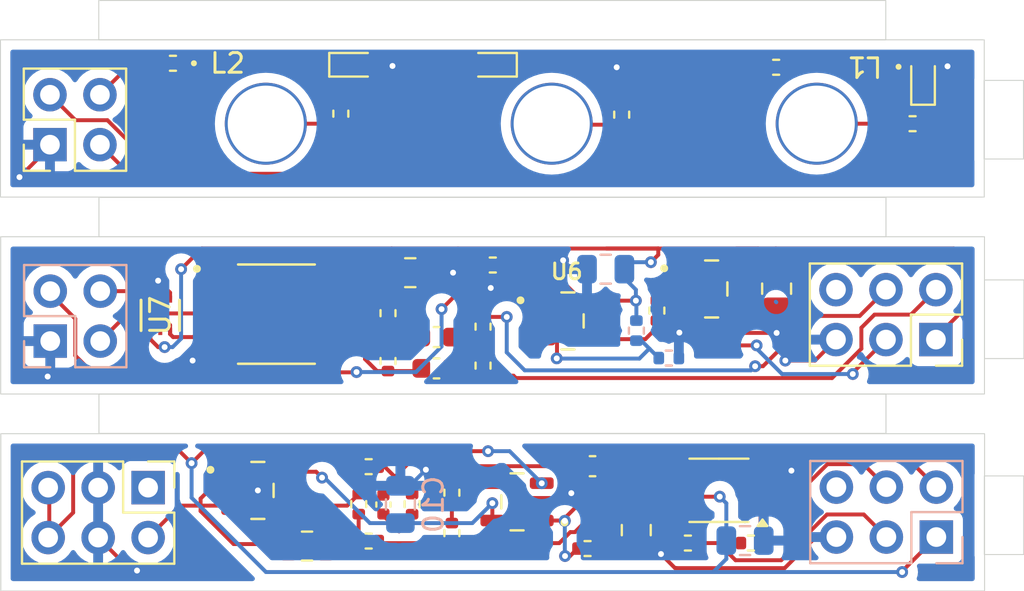
<source format=kicad_pcb>
(kicad_pcb (version 20240108) (generator "pcbnew") (generator_version "8.0")
  (layers (0 "F.Cu" signal) (31 "B.Cu" signal) (34 "B.Paste" user) (35 "F.Paste" user) (36 "B.SilkS" user "B.Silkscreen") (37 "F.SilkS" user "F.Silkscreen") (38 "B.Mask" user) (39 "F.Mask" user) (44 "Edge.Cuts" user))
  (net 0 "")
  (net 1 "GND")
  (net 2 "Net-(U1-IN-)")
  (net 3 "Net-(U3-IN-)")
  (net 4 "Net-(U2-Ref)")
  (net 5 "Net-(C4-Pad1)")
  (net 6 "Net-(D1-K)")
  (net 7 "Net-(D2-K)")
  (net 8 "Net-(L1-Pad2)")
  (net 9 "Net-(L2-Pad1)")
  (net 10 "input_E1")
  (net 11 "input_E2")
  (net 12 "Net-(R6-Pad2)")
  (net 13 "Net-(R13-Pad2)")
  (net 14 "Net-(R14-Pad2)")
  (net 15 "Net-(U5-IN-)")
  (net 16 "Net-(U6-IN-)")
  (net 17 "/Filtering_Board/V_F1")
  (net 18 "/Filtering_Board/V_F2")
  (net 19 "/Processing_Board/V_EMG_OUT")
  (net 20 "Net-(C6-Pad1)")
  (net 21 "/Electrode_Board/V_PR")
  (net 22 "/Electrode_Board/V_I2")
  (net 23 "/Electrode_Board/V_I1")
  (net 24 "/Filtering_Board/V_PR")
  (net 25 "/Filtering_Board/V_I1")
  (net 26 "/Filtering_Board/V_I2")
  (net 27 "input_ER")
  (net 28 "/Processing_Board/LPF_400Hz/V_EMG_INA")
  (net 29 "Net-(R12-Pad2)")
  (net 30 "/Processing_Board/V_CM")
  (net 31 "Net-(U3-IN+)")
  (net 32 "Net-(U6-IN+)")
  (net 34 "+1V8")
  (net 35 "Net-(U8--INA)")
  (net 36 "Net-(U8--INB)")
  (net 37 "/Filtering_Board/V_CM")
  (net 38 "/Processing_Board/V_F1")
  (net 40 "/Processing_Board/V_F2")
  (net 41 "/Filtering_Board/+V_DD")
  (footprint "Connector_PinSocket_2.54mm:PinSocket_2x03_P2.54mm_Vertical" (layer "F.Cu") (at 104.0588 97.7486 -90)
    (property "Reference" "J4" (hide yes))
    (property "Value" "Conn_01x06_Socket" (hide yes))
  )
  (footprint "Resistor_SMD:R_0402_1005Metric" (layer "F.Cu") (at 74.7218 106.1152 90)
    (property "Reference" "R11" (hide yes))
    (property "Value" "27kR" (hide yes))
  )
  (footprint "Connector_PinHeader_2.54mm:PinHeader_2x03_P2.54mm_Vertical" (layer "F.Cu") (at 64.0182 105.279 -90)
    (property "Reference" "J7" (hide yes))
    (property "Value" "Conn_01x06_Pin" (hide yes))
  )
  (footprint "Resistor_SMD:R_0402_1005Metric" (layer "F.Cu") (at 91.4518 108.0984 180)
    (property "Reference" "R13" (hide yes))
    (property "Value" "100R" (hide yes))
  )
  (footprint "Capacitor_SMD:C_0603_1608Metric" (layer "F.Cu") (at 78.6768 97.621)
    (property "Reference" "C2" (hide yes))
    (property "Value" "470pF" (hide yes))
  )
  (footprint "Components:SOT95P280X145-5N" (layer "F.Cu") (at 82.7686 106.0024 180)
    (property "Reference" "U3" (hide yes))
    (property "Value" "LPV821DBVR" (hide yes))
  )
  (footprint "Resistor_SMD:R_0402_1005Metric" (layer "F.Cu") (at 79.4562 107.5924 -90)
    (property "Reference" "R20" (hide yes))
    (property "Value" "150kR" (hide yes))
  )
  (footprint "TPD2E001DRLR_footprints:DRL5-L" (layer "F.Cu") (at 64.635801 96.515501 90)
    (property "Reference" "U7")
    (property "Value" "TPD2E001DRLR" (hide yes))
  )
  (footprint "Resistor_SMD:R_0402_1005Metric" (layer "F.Cu") (at 77.435 106.1192 -90)
    (property "Reference" "R22" (hide yes))
    (property "Value" "10k" (hide yes))
  )
  (footprint "Resistor_SMD:R_0402_1005Metric" (layer "F.Cu") (at 65.28 83.693 180)
    (property "Reference" "R4" (hide yes))
    (property "Value" "2.2kR" (hide yes))
  )
  (footprint "Resistor_SMD:R_0402_1005Metric" (layer "F.Cu") (at 81.0407 97.0915 90)
    (property "Reference" "R9" (hide yes))
    (property "Value" "10MR" (hide yes))
  )
  (footprint "Resistor_SMD:R_0402_1005Metric" (layer "F.Cu") (at 95.9378 83.8962 180)
    (property "Reference" "R3" (hide yes))
    (property "Value" "2.2kR" (hide yes))
  )
  (footprint "Resistor_SMD:R_0402_1005Metric" (layer "F.Cu") (at 81.536 93.9546 180)
    (property "Reference" "R16" (hide yes))
    (property "Value" "12kR" (hide yes))
  )
  (footprint "Capacitor_SMD:C_0805_2012Metric" (layer "F.Cu") (at 95.9612 95.1586 -90)
    (property "Reference" "C8" (hide yes))
    (property "Value" "0.1uF" (hide yes))
  )
  (footprint "BLM15AX102SN1D_footprints:IND_BLM15_1P05X0P55X0P55_MUR" (layer "F.Cu") (at 100.4443 83.8708 180)
    (property "Reference" "L1")
    (property "Value" "L_Ferrite" (hide yes))
  )
  (footprint "Diode_SMD:D_SOD-523" (layer "F.Cu") (at 103.4034 84.5424 90)
    (property "Reference" "D1" (hide yes))
    (property "Value" "D_Zener" (hide yes))
  )
  (footprint "Capacitor_SMD:C_0603_1608Metric" (layer "F.Cu") (at 86.606 104.1888 180)
    (property "Reference" "C5" (hide yes))
    (property "Value" "6.8nF" (hide yes))
  )
  (footprint "Resistor_SMD:R_0402_1005Metric" (layer "F.Cu") (at 86.3524 108.3778 180)
    (property "Reference" "R19" (hide yes))
    (property "Value" "150kR" (hide yes))
  )
  (footprint "Diode_SMD:D_SOD-523" (layer "F.Cu") (at 81.4974 83.7692 180)
    (property "Reference" "D3" (hide yes))
    (property "Value" "D_Zener" (hide yes))
  )
  (footprint "Package_SO:VSSOP-8_3x3mm_P0.65mm" (layer "F.Cu") (at 93.0309 105.4158 180)
    (property "Reference" "U2" (hide yes))
    (property "Value" "INA333xxDGK" (hide yes))
  )
  (footprint "Components:SOT95P280X145-5N" (layer "F.Cu") (at 92.659 95.173)
    (property "Reference" "U5" (hide yes))
    (property "Value" "LPV821DBVR")
  )
  (footprint "Components:SOT95P280X145-5N" (layer "F.Cu") (at 85.3544 96.7994)
    (property "Reference" "U6")
    (property "Value" "LPV821DBVR")
  )
  (footprint "Resistor_SMD:R_0402_1005Metric" (layer "F.Cu") (at 89.8754 96.2734 -90)
    (property "Reference" "R15" (hide yes))
    (property "Value" "12kR" (hide yes))
  )
  (footprint "Capacitor_SMD:C_0805_2012Metric" (layer "F.Cu") (at 72.0954 108.2508 180)
    (property "Reference" "C4" (hide yes))
    (property "Value" "22nF" (hide yes))
  )
  (footprint "Resistor_SMD:R_0402_1005Metric" (layer "F.Cu") (at 81.0407 99.0727 90)
    (property "Reference" "R8" (hide yes))
    (property "Value" "10MR" (hide yes))
  )
  (footprint "Resistor_SMD:R_0402_1005Metric" (layer "F.Cu") (at 76.2102 98.8388 90)
    (property "Reference" "R6" (hide yes))
    (property "Value" "10MR" (hide yes))
  )
  (footprint "Resistor_SMD:R_0402_1005Metric" (layer "F.Cu") (at 73.8124 86.2564 90)
    (property "Reference" "R2" (hide yes))
    (property "Value" "10kR" (hide yes))
  )
  (footprint "Capacitor_SMD:C_0805_2012Metric" (layer "F.Cu") (at 77.3426 94.3444 180)
    (property "Reference" "C7" (hide yes))
    (property "Value" "0.1uF" (hide yes))
  )
  (footprint "TLV8542DR:SOIC127P599X175-8N" (layer "F.Cu") (at 70.5398 96.4532)
    (property "Reference" "U8" (hide yes))
    (property "Value" "TLV8542DR" (hide yes))
  )
  (footprint "Resistor_SMD:R_0402_1005Metric" (layer "F.Cu") (at 88.0872 86.3072 90)
    (property "Reference" "R5" (hide yes))
    (property "Value" "330R" (hide yes))
  )
  (footprint "Diode_SMD:D_SOD-523" (layer "F.Cu") (at 74.484 83.7692)
    (property "Reference" "D2" (hide yes))
    (property "Value" "D_Zener" (hide yes))
  )
  (footprint "BLM15AX102SN1D_footprints:IND_BLM15_1P05X0P55X0P55_MUR" (layer "F.Cu") (at 68.0593 83.693)
    (property "Reference" "L2")
    (property "Value" "L_Ferrite" (hide yes))
  )
  (footprint "Components:SOT95P280X145-5N" (layer "F.Cu") (at 69.5958 105.4212)
    (property "Reference" "U1" (hide yes))
    (property "Value" "LPV821DBVR" (hide yes))
  )
  (footprint "Capacitor_SMD:C_0402_1005Metric" (layer "F.Cu") (at 75.9773 106.14 -90)
    (property "Reference" "C3" (hide yes))
    (property "Value" "10nF" (hide yes))
  )
  (footprint "Capacitor_SMD:C_0805_2012Metric" (layer "F.Cu") (at 88.8288 107.44 -90)
    (property "Reference" "C6" (hide yes))
    (property "Value" "33nF" (hide yes))
  )
  (footprint "Resistor_SMD:R_0402_1005Metric" (layer "F.Cu") (at 94.6542 108.0984)
    (property "Reference" "R12" (hide yes))
    (property "Value" "100R" (hide yes))
  )
  (footprint "Resistor_SMD:R_0402_1005Metric" (layer "F.Cu") (at 75.2272 104.2122)
    (property "Reference" "R21" (hide yes))
    (property "Value" "10k" (hide yes))
  )
  (footprint "Connector_PinSocket_2.54mm:PinSocket_2x02_P2.54mm_Vertical" (layer "F.Cu") (at 59.0296 87.8332 180)
    (property "Reference" "J1" (hide yes))
    (property "Value" "Conn_01x04_Socket" (hide yes))
  )
  (footprint "Resistor_SMD:R_0402_1005Metric" (layer "F.Cu") (at 75.2278 107.9968 180)
    (property "Reference" "R10" (hide yes))
    (property "Value" "27kR" (hide yes))
  )
  (footprint "Resistor_SMD:R_0402_1005Metric" (layer "F.Cu") (at 76.2102 96.4044 90)
    (property "Reference" "R7" (hide yes))
    (property "Value" "10MR" (hide yes))
  )
  (footprint "Resistor_SMD:R_0402_1005Metric" (layer "F.Cu") (at 79.4562 105.537 -90)
    (property "Reference" "R14" (hide yes))
    (property "Value" "150kR" (hide yes))
  )
  (footprint "Resistor_SMD:R_0402_1005Metric" (layer "F.Cu") (at 102.872 86.7664)
    (property "Reference" "R1" (hide yes))
    (property "Value" "10kR" (hide yes))
  )
  (footprint "Capacitor_SMD:C_0603_1608Metric" (layer "F.Cu") (at 78.6768 99.2124)
    (property "Reference" "C1" (hide yes))
    (property "Value" "470pF" (hide yes))
  )
  (footprint "Connector_PinHeader_2.54mm:PinHeader_2x03_P2.54mm_Vertical" (layer "B.Cu") (at 104.0796 107.7936 90)
    (property "Reference" "J3" (hide yes))
    (property "Value" "Conn_01x06_Pin" (hide yes))
  )
  (footprint "Resistor_SMD:R_0402_1005Metric" (layer "B.Cu") (at 88.834 97.2934 -90)
    (property "Reference" "R23" (hide yes))
    (property "Value" "10k" (hide yes))
  )
  (footprint "Capacitor_SMD:C_0805_2012Metric" (layer "B.Cu") (at 76.84 106.1344 90)
    (property "Reference" "C10")
    (property "Value" "0.1uF")
  )
  (footprint "Capacitor_SMD:C_0805_2012Metric" (layer "B.Cu") (at 94.3558 107.9734)
    (property "Reference" "C11" (hide yes))
    (property "Value" "0.1uF")
  )
  (footprint "Resistor_SMD:R_0402_1005Metric" (layer "B.Cu") (at 90.483 98.6884)
    (property "Reference" "R24" (hide yes))
    (property "Value" "10k" (hide yes))
  )
  (footprint "Capacitor_SMD:C_0805_2012Metric" (layer "B.Cu") (at 87.2744 94.1672 180)
    (property "Reference" "C12" (hide yes))
    (property "Value" "0.1uF")
  )
  (footprint "Connector_PinHeader_2.54mm:PinHeader_2x02_P2.54mm_Vertical" (layer "B.Cu") (at 59.0444 97.8248)
    (property "Reference" "J2" (hide yes))
    (property "Value" "Conn_01x04_Pin" (hide yes))
  )
  (gr_rect (start 106.519 104.6826) (end 108.519 108.6826) (stroke (width 0.05)) (fill none) (layer "Edge.Cuts"))
  (gr_rect (start 106.5274 94.7138) (end 108.5274 98.7138) (stroke (width 0.05)) (fill none) (layer "Edge.Cuts"))
  (gr_rect (start 61.5188 90.5162) (end 101.5188 92.5162) (stroke (width 0.05)) (fill none) (layer "Edge.Cuts"))
  (gr_rect (start 61.5086 80.4992) (end 101.5086 82.4992) (stroke (width 0.05)) (fill none) (layer "Edge.Cuts"))
  (gr_rect (start 56.5252 92.5162) (end 106.5252 100.5162) (stroke (width 0.05)) (fill none) (layer "Edge.Cuts"))
  (gr_rect (start 56.5308 102.5358) (end 106.5308 110.5358) (stroke (width 0.05)) (fill none) (layer "Edge.Cuts"))
  (gr_rect (start 106.5088 84.5632) (end 108.5088 88.5632) (stroke (width 0.05)) (fill none) (layer "Edge.Cuts"))
  (gr_rect (start 61.5188 100.5198) (end 101.5188 102.5198) (stroke (width 0.05)) (fill none) (layer "Edge.Cuts"))
  (gr_rect (start 56.515 82.4992) (end 106.515 90.4992) (stroke (width 0.05)) (fill none) (layer "Edge.Cuts"))
  (segment (start 75.9773 106.62) (end 75.9773 106.7051) (width 0.2) (layer "F.Cu") (net 1))
  (segment (start 63.1566 109.4974) (end 63.4542 109.4974) (width 0.2) (layer "F.Cu") (net 1))
  (segment (start 92.6592 96.139) (end 93.9292 97.409) (width 0.2) (layer "F.Cu") (net 1))
  (segment (start 96.6882 104.4408) (end 95.1434 104.4408) (width 0.2) (layer "F.Cu") (net 1))
  (segment (start 64.5262 94.7514) (end 65.1358 95.361) (width 0.2) (layer "F.Cu") (net 1))
  (segment (start 81.4324 95.123) (end 82.929052 95.123) (width 0.2) (layer "F.Cu") (net 1))
  (segment (start 96.7136 104.4154) (end 96.6882 104.4408) (width 0.2) (layer "F.Cu") (net 1))
  (segment (start 76.3778 83.7692) (end 76.4383 83.8297) (width 0.2) (layer "F.Cu") (net 1))
  (segment (start 87.4268 84.3534) (end 88.0872 85.0138) (width 0.2) (layer "F.Cu") (net 1))
  (segment (start 90.0842 108.6572) (end 89.096 108.6572) (width 0.2) (layer "F.Cu") (net 1))
  (segment (start 85.0848 106.0024) (end 85.5268 105.5604) (width 0.2) (layer "F.Cu") (net 1))
  (segment (start 90.8608 109.3704) (end 90.7974 109.3704) (width 0.2) (layer "F.Cu") (net 1))
  (segment (start 66.736 98.3582) (end 68.0698 98.3582) (width 0.2) (layer "F.Cu") (net 1))
  (segment (start 92.6592 95.823201) (end 92.6592 96.139) (width 0.2) (layer "F.Cu") (net 1))
  (segment (start 97.9494 107.7936) (end 96.3706 109.3724) (width 0.2) (layer "F.Cu") (net 1))
  (segment (start 88.0872 85.0138) (end 88.0872 85.7972) (width 0.2) (layer "F.Cu") (net 1))
  (segment (start 58.9128 99.6282) (end 58.9128 97.9564) (width 0.2) (layer "F.Cu") (net 1))
  (segment (start 68.244 105.4212) (end 69.5654 105.4212) (width 0.2) (layer "F.Cu") (net 1))
  (segment (start 90.8628 109.3724) (end 90.8608 109.3704) (width 0.2) (layer "F.Cu") (net 1))
  (segment (start 58.9128 97.9564) (end 59.0444 97.8248) (width 0.2) (layer "F.Cu") (net 1))
  (segment (start 59.0296 87.8332) (end 59.0296 87.9348) (width 0.2) (layer "F.Cu") (net 1))
  (segment (start 97.912 98.8154) (end 98.9788 97.7486) (width 0.2) (layer "F.Cu") (net 1))
  (segment (start 77.435 106.842) (end 76.7746 107.5024) (width 0.2) (layer "F.Cu") (net 1))
  (segment (start 104.645 83.8424) (end 104.648 83.8454) (width 0.2) (layer "F.Cu") (net 1))
  (segment (start 87.8332 83.947) (end 87.4268 84.3534) (width 0.2) (layer "F.Cu") (net 1))
  (segment (start 96.4032 98.8154) (end 97.912 98.8154) (width 0.2) (layer "F.Cu") (net 1))
  (segment (start 69.6973 105.2454) (end 69.7125 105.2606) (width 0.2) (layer "F.Cu") (net 1))
  (segment (start 78.2926 94.3444) (end 79.5168 94.3444) (width 0.2) (layer "F.Cu") (net 1))
  (segment (start 82.929052 95.123) (end 84.508052 96.702) (width 0.2) (layer "F.Cu") (net 1))
  (segment (start 84.0236 106.0024) (end 85.0848 106.0024) (width 0.2) (layer "F.Cu") (net 1))
  (segment (start 61.5346 105.3298) (end 61.4782 105.3862) (width 0.2) (layer "F.Cu") (net 1))
  (segment (start 96.3706 109.3724) (end 90.8628 109.3724) (width 0.2) (layer "F.Cu") (net 1))
  (segment (start 65.1358 95.361) (end 65.1358 95.6912) (width 0.2) (layer "F.Cu") (net 1))
  (segment (start 91.404 95.173) (end 92.008999 95.173) (width 0.2) (layer "F.Cu") (net 1))
  (segment (start 59.0296 87.9348) (end 57.4802 89.4842) (width 0.2) (layer "F.Cu") (net 1))
  (segment (start 61.4782 105.3862) (end 61.4782 107.819) (width 0.2) (layer "F.Cu") (net 1))
  (segment (start 92.008999 95.173) (end 92.6592 95.823201) (width 0.2) (layer "F.Cu") (net 1))
  (segment (start 87.8332 83.8962) (end 87.8332 83.947) (width 0.2) (layer "F.Cu") (net 1))
  (segment (start 95.9612 96.1086) (end 95.9612 97.409) (width 0.2) (layer "F.Cu") (net 1))
  (segment (start 90.7974 109.3704) (end 90.0842 108.6572) (width 0.2) (layer "F.Cu") (net 1))
  (segment (start 77.435 106.6292) (end 77.435 106.842) (width 0.2) (layer "F.Cu") (net 1))
  (segment (start 84.508052 96.702) (end 84.8 96.702) (width 0.2) (layer "F.Cu") (net 1))
  (segment (start 75.9773 106.7051) (end 76.7746 107.5024) (width 0.2) (layer "F.Cu") (net 1))
  (segment (start 61.4782 107.819) (end 63.1566 109.4974) (width 0.2) (layer "F.Cu") (net 1))
  (segment (start 75.184 83.7692) (end 76.3778 83.7692) (width 0.2) (layer "F.Cu") (net 1))
  (segment (start 66.2788 98.8154) (end 66.736 98.3582) (width 0.2) (layer "F.Cu") (net 1))
  (segment (start 86.8426 83.7692) (end 82.1974 83.7692) (width 0.2) (layer "F.Cu") (net 1))
  (segment (start 93.9292 97.409) (end 95.9612 97.409) (width 0.2) (layer "F.Cu") (net 1))
  (segment (start 89.096 108.6572) (end 88.8288 108.39) (width 0.2) (layer "F.Cu") (net 1))
  (segment (start 68.2288 105.406) (end 68.244 105.4212) (width 0.2) (layer "F.Cu") (net 1))
  (segment (start 69.5654 105.4212) (end 69.5806 105.406) (width 0.2) (layer "F.Cu") (net 1))
  (segment (start 103.4034 83.8424) (end 104.645 83.8424) (width 0.2) (layer "F.Cu") (net 1))
  (segment (start 76.4286 83.8454) (end 76.4383 83.8357) (width 0.2) (layer "F.Cu") (net 1))
  (segment (start 76.4383 83.8357) (end 76.4383 83.8297) (width 0.2) (layer "F.Cu") (net 1))
  (segment (start 98.9996 107.7936) (end 97.9494 107.7936) (width 0.2) (layer "F.Cu") (net 1))
  (segment (start 87.4268 84.3534) (end 86.8426 83.7692) (width 0.2) (layer "F.Cu") (net 1))
  (via (at 64.5262 94.7514) (size 0.6) (drill 0.3) (layers "F.Cu" "B.Cu") (net 1))
  (via (at 69.5958 105.4212) (size 0.6) (drill 0.3) (layers "F.Cu" "B.Cu") (net 1))
  (via (at 57.4802 89.4842) (size 0.6) (drill 0.3) (layers "F.Cu" "B.Cu") (net 1))
  (via (at 76.4383 83.8297) (size 0.6) (drill 0.3) (layers "F.Cu" "B.Cu") (net 1))
  (via (at 96.4032 98.8154) (size 0.6) (drill 0.3) (layers "F.Cu" "B.Cu") (net 1))
  (via (at 95.9612 97.409) (size 0.6) (drill 0.3) (layers "F.Cu" "B.Cu") (net 1))
  (via (at 104.648 83.8454) (size 0.6) (drill 0.3) (layers "F.Cu" "B.Cu") (net 1))
  (via (at 79.5168 94.3444) (size 0.6) (drill 0.3) (layers "F.Cu" "B.Cu") (net 1))
  (via (at 63.4542 109.4974) (size 0.6) (drill 0.3) (layers "F.Cu" "B.Cu") (net 1))
  (via (at 96.7136 104.4154) (size 0.6) (drill 0.3) (layers "F.Cu" "B.Cu") (net 1))
  (via (at 81.4324 95.123) (size 0.6) (drill 0.3) (layers "F.Cu" "B.Cu") (net 1))
  (via (at 90.0842 108.6572) (size 0.6) (drill 0.3) (layers "F.Cu" "B.Cu") (net 1))
  (via (at 91.0184 97.393) (size 0.6) (drill 0.3) (layers "F.Cu" "B.Cu") (net 1))
  (via (at 58.9128 99.6282) (size 0.6) (drill 0.3) (layers "F.Cu" "B.Cu") (net 1))
  (via (at 78.1354 104.3666) (size 0.6) (drill 0.3) (layers "F.Cu" "B.Cu") (net 1))
  (via (at 87.8332 83.8962) (size 0.6) (drill 0.3) (layers "F.Cu" "B.Cu") (net 1))
  (via (at 85.5268 105.5604) (size 0.6) (drill 0.3) (layers "F.Cu" "B.Cu") (net 1))
  (via (at 85.110926 93.7162) (size 0.6) (drill 0.3) (layers "F.Cu" "B.Cu") (net 1))
  (via (at 66.2788 98.8154) (size 0.6) (drill 0.3) (layers "F.Cu" "B.Cu") (net 1))
  (segment (start 76.84 105.1844) (end 77.3176 105.1844) (width 0.2) (layer "B.Cu") (net 1))
  (segment (start 90.993 97.4184) (end 90.993 98.6884) (width 0.2) (layer "B.Cu") (net 1))
  (segment (start 96.7136 107.607) (end 96.3472 107.9734) (width 0.2) (layer "B.Cu") (net 1))
  (segment (start 85.561926 94.1672) (end 85.110926 93.7162) (width 0.2) (layer "B.Cu") (net 1))
  (segment (start 91.0184 97.393) (end 90.993 97.4184) (width 0.2) (layer "B.Cu") (net 1))
  (segment (start 96.3472 107.9734) (end 95.3058 107.9734) (width 0.2) (layer "B.Cu") (net 1))
  (segment (start 77.3176 105.1844) (end 78.1354 104.3666) (width 0.2) (layer "B.Cu") (net 1))
  (segment (start 96.7136 104.4154) (end 96.7136 107.607) (width 0.2) (layer "B.Cu") (net 1))
  (segment (start 86.3244 94.1672) (end 85.561926 94.1672) (width 0.2) (layer "B.Cu") (net 1))
  (segment (start 70.8555 106.1954) (end 74.1316 106.1954) (width 0.2) (layer "F.Cu") (net 2))
  (segment (start 74.1316 106.1954) (end 74.7218 105.6052) (width 0.2) (layer "F.Cu") (net 2))
  (segment (start 76.0855 105.6052) (end 76.1069 105.5838) (width 0.2) (layer "F.Cu") (net 2))
  (segment (start 80.2944 104.1888) (end 85.831 104.1888) (width 0.2) (layer "F.Cu") (net 3))
  (segment (start 79.4562 105.027) (end 80.2944 104.1888) (width 0.2) (layer "F.Cu") (net 3))
  (segment (start 81.5136 105.0524) (end 79.4816 105.0524) (width 0.2) (layer "F.Cu") (net 3))
  (segment (start 79.4816 105.0524) (end 79.4562 105.027) (width 0.2) (layer "F.Cu") (net 3))
  (segment (start 85.2074 108.7588) (end 85.4614 108.7588) (width 0.2) (layer "F.Cu") (net 4))
  (segment (start 85.1966 106.967) (end 85.1966 106.831) (width 0.2) (layer "F.Cu") (net 4))
  (segment (start 87.381 104.1888) (end 89.3876 104.1888) (width 0.2) (layer "F.Cu") (net 4))
  (segment (start 85.4614 108.7588) (end 85.8424 108.3778) (width 0.2) (layer "F.Cu") (net 4))
  (segment (start 89.6396 104.4408) (end 90.9184 104.4408) (width 0.2) (layer "F.Cu") (net 4))
  (segment (start 85.1966 106.831) (end 87.381 104.6466) (width 0.2) (layer "F.Cu") (net 4))
  (segment (start 84.0236 106.9524) (end 85.182 106.9524) (width 0.2) (layer "F.Cu") (net 4))
  (segment (start 85.182 106.9524) (end 85.1966 106.967) (width 0.2) (layer "F.Cu") (net 4))
  (segment (start 89.3876 104.1888) (end 89.6396 104.4408) (width 0.2) (layer "F.Cu") (net 4))
  (segment (start 87.381 104.6466) (end 87.381 104.1888) (width 0.2) (layer "F.Cu") (net 4))
  (via (at 85.1966 106.967) (size 0.6) (drill 0.3) (layers "F.Cu" "B.Cu") (net 4))
  (via (at 85.1966 106.967) (size 0.6) (drill 0.3) (layers "F.Cu" "B.Cu") (net 4))
  (via (at 85.2074 108.7588) (size 0.6) (drill 0.3) (layers "F.Cu" "B.Cu") (net 4))
  (segment (start 85.1966 108.748) (end 85.1966 106.967) (width 0.2) (layer "B.Cu") (net 4))
  (segment (start 85.2074 108.7588) (end 85.1966 108.748) (width 0.2) (layer "B.Cu") (net 4))
  (segment (start 74.7178 106.6292) (end 74.7218 106.6252) (width 0.2) (layer "F.Cu") (net 5))
  (segment (start 74.4638 108.2508) (end 73.0454 108.2508) (width 0.2) (layer "F.Cu") (net 5))
  (segment (start 74.7178 107.9968) (end 74.7178 106.6292) (width 0.2) (layer "F.Cu") (net 5))
  (segment (start 74.7178 107.9968) (end 74.4638 108.2508) (width 0.2) (layer "F.Cu") (net 5))
  (segment (start 103.4034 85.2424) (end 103.3018 85.2424) (width 0.2) (layer "F.Cu") (net 6))
  (segment (start 103.382 86.7664) (end 103.382 85.2638) (width 0.2) (layer "F.Cu") (net 6))
  (segment (start 103.3018 85.2424) (end 101.9302 83.8708) (width 0.2) (layer "F.Cu") (net 6))
  (segment (start 103.382 85.2638) (end 103.4034 85.2424) (width 0.2) (layer "F.Cu") (net 6))
  (segment (start 101.9302 83.8708) (end 100.965 83.8708) (width 0.2) (layer "F.Cu") (net 6))
  (segment (start 73.8124 83.8738) (end 73.784 83.8454) (width 0.2) (layer "F.Cu") (net 7))
  (segment (start 73.8124 85.7464) (end 73.8124 83.7976) (width 0.2) (layer "F.Cu") (net 7))
  (segment (start 68.6562 83.7692) (end 68.58 83.693) (width 0.2) (layer "F.Cu") (net 7))
  (segment (start 73.784 83.7692) (end 68.6562 83.7692) (width 0.2) (layer "F.Cu") (net 7))
  (segment (start 73.8124 83.7976) (end 73.784 83.7692) (width 0.2) (layer "F.Cu") (net 7))
  (segment (start 96.4478 83.8962) (end 99.8982 83.8962) (width 0.2) (layer "F.Cu") (net 8))
  (segment (start 99.8982 83.8962) (end 99.9236 83.8708) (width 0.2) (layer "F.Cu") (net 8))
  (segment (start 65.79 83.693) (end 67.5386 83.693) (width 0.2) (layer "F.Cu") (net 9))
  (segment (start 98 86.7664) (end 102.362 86.7664) (width 0.2) (layer "F.Cu") (net 10))
  (via (at 98 86.7664) (size 4.17) (drill 3.87) (layers "F.Cu" "B.Cu") (net 10))
  (segment (start 70.0127 86.7791) (end 70 86.7664) (width 0.2) (layer "F.Cu") (net 11))
  (segment (start 69.4182 86.6902) (end 69.4436 86.7156) (width 0.2) (layer "F.Cu") (net 11))
  (segment (start 70 86.7664) (end 73.8124 86.7664) (width 0.2) (layer "F.Cu") (net 11))
  (via (at 70 86.7664) (size 4.17) (drill 3.87) (layers "F.Cu" "B.Cu") (net 11))
  (segment (start 81.0407 97.6015) (end 81.0407 98.8929) (width 0.2) (layer "F.Cu") (net 12))
  (segment (start 76.2102 96.9398) (end 76.2102 98.3288) (width 0.2) (layer "F.Cu") (net 12))
  (segment (start 81.0407 98.8929) (end 81.0153 98.9183) (width 0.2) (layer "F.Cu") (net 12))
  (segment (start 90.9184 108.075) (end 90.9418 108.0984) (width 0.2) (layer "F.Cu") (net 13))
  (segment (start 90.9184 106.3908) (end 90.9184 108.075) (width 0.2) (layer "F.Cu") (net 13))
  (segment (start 90.9144 106.3948) (end 90.9184 106.3908) (width 0.2) (layer "F.Cu") (net 13))
  (segment (start 79.4562 106.047) (end 79.4562 107.0824) (width 0.2) (layer "F.Cu") (net 14))
  (segment (start 91.404 94.223) (end 92.014 94.223) (width 0.2) (layer "F.Cu") (net 15))
  (segment (start 89.8754 95.7634) (end 89.8754 95.0562) (width 0.2) (layer "F.Cu") (net 15))
  (segment (start 90.7086 94.223) (end 91.404 94.223) (width 0.2) (layer "F.Cu") (net 15))
  (segment (start 89.8754 95.0562) (end 90.7086 94.223) (width 0.2) (layer "F.Cu") (net 15))
  (segment (start 92.014 94.223) (end 93.914 96.123) (width 0.2) (layer "F.Cu") (net 15))
  (segment (start 89.8754 97.139) (end 89.8754 96.7834) (width 0.2) (layer "F.Cu") (net 16))
  (segment (start 87.293274 97.003326) (end 85.260548 94.9706) (width 0.2) (layer "F.Cu") (net 16))
  (segment (start 82.9818 93.9546) (end 82.046 93.9546) (width 0.2) (layer "F.Cu") (net 16))
  (segment (start 85.260548 94.9706) (end 83.9978 94.9706) (width 0.2) (layer "F.Cu") (net 16))
  (segment (start 87.31 97.003326) (end 87.293274 97.003326) (width 0.2) (layer "F.Cu") (net 16))
  (segment (start 87.3862 97.7282) (end 89.2862 97.7282) (width 0.2) (layer "F.Cu") (net 16))
  (segment (start 87.31 97.652) (end 87.3862 97.7282) (width 0.2) (layer "F.Cu") (net 16))
  (segment (start 83.9978 94.9706) (end 82.9818 93.9546) (width 0.2) (layer "F.Cu") (net 16))
  (segment (start 87.31 97.652) (end 87.31 97.003326) (width 0.2) (layer "F.Cu") (net 16))
  (segment (start 89.2862 97.7282) (end 89.8754 97.139) (width 0.2) (layer "F.Cu") (net 16))
  (segment (start 79.4518 99.2124) (end 80.6704 99.2124) (width 0.2) (layer "F.Cu") (net 17))
  (segment (start 82.7086 99.7044) (end 98.777546 99.7044) (width 0.2) (layer "F.Cu") (net 17))
  (segment (start 98.777546 99.7044) (end 100.2686 98.213346) (width 0.2) (layer "F.Cu") (net 17))
  (segment (start 80.6704 99.2124) (end 81.0407 99.5827) (width 0.2) (layer "F.Cu") (net 17))
  (segment (start 100.9377 96.478) (end 102.7894 96.478) (width 0.2) (layer "F.Cu") (net 17))
  (segment (start 102.7894 96.478) (end 104.0588 95.2086) (width 0.2) (layer "F.Cu") (net 17))
  (segment (start 100.2686 97.1471) (end 100.9377 96.478) (width 0.2) (layer "F.Cu") (net 17))
  (segment (start 81.0407 99.5827) (end 81.2145 99.7565) (width 0.2) (layer "F.Cu") (net 17))
  (segment (start 79.4608 99.3488) (end 79.5624 99.2472) (width 0.2) (layer "F.Cu") (net 17))
  (segment (start 81.0407 99.5827) (end 82.5869 99.5827) (width 0.2) (layer "F.Cu") (net 17))
  (segment (start 100.2686 98.213346) (end 100.2686 97.1471) (width 0.2) (layer "F.Cu") (net 17))
  (segment (start 82.5869 99.5827) (end 82.7086 99.7044) (width 0.2) (layer "F.Cu") (net 17))
  (segment (start 82.2452 96.5962) (end 81.0554 96.5962) (width 0.2) (layer "F.Cu") (net 18))
  (segment (start 80.0012 97.621) (end 81.0407 96.5815) (width 0.2) (layer "F.Cu") (net 18))
  (segment (start 100.182 96.5454) (end 101.5188 95.2086) (width 0.2) (layer "F.Cu") (net 18))
  (segment (start 79.4658 97.635) (end 79.4518 97.621) (width 0.2) (layer "F.Cu") (net 18))
  (segment (start 94.869 99.1044) (end 95.265671 99.1044) (width 0.2) (layer "F.Cu") (net 18))
  (segment (start 81.0407 96.5815) (end 81.2693 96.5815) (width 0.2) (layer "F.Cu") (net 18))
  (segment (start 79.4818 97.635) (end 79.4658 97.635) (width 0.2) (layer "F.Cu") (net 18))
  (segment (start 95.265671 99.1044) (end 97.824671 96.5454) (width 0.2) (layer "F.Cu") (net 18))
  (segment (start 97.824671 96.5454) (end 100.182 96.5454) (width 0.2) (layer "F.Cu") (net 18))
  (segment (start 79.4518 97.621) (end 80.0012 97.621) (width 0.2) (layer "F.Cu") (net 18))
  (segment (start 101.5188 95.2086) (end 101.407 95.2086) (width 0.2) (layer "F.Cu") (net 18))
  (segment (start 81.0554 96.5962) (end 81.0407 96.5815) (width 0.2) (layer "F.Cu") (net 18))
  (via (at 82.2452 96.5962) (size 0.6) (drill 0.3) (layers "F.Cu" "B.Cu") (net 18))
  (via (at 94.869 99.1044) (size 0.6) (drill 0.3) (layers "F.Cu" "B.Cu") (net 18))
  (segment (start 82.2452 96.5962) (end 82.2452 98.3996) (width 0.2) (layer "B.Cu") (net 18))
  (segment (start 94.6594 99.314) (end 94.869 99.1044) (width 0.2) (layer "B.Cu") (net 18))
  (segment (start 82.2452 98.3996) (end 83.1596 99.314) (width 0.2) (layer "B.Cu") (net 18))
  (segment (start 83.1596 99.314) (end 94.6594 99.314) (width 0.2) (layer "B.Cu") (net 18))
  (segment (start 65.6418 106.1954) (end 64.0182 107.819) (width 0.2) (layer "F.Cu") (net 19))
  (segment (start 67.9858 104.8262) (end 67.693852 104.8262) (width 0.2) (layer "F.Cu") (net 19))
  (segment (start 71.0438 108.1492) (end 71.1454 108.2508) (width 0.2) (layer "F.Cu") (net 19))
  (segment (start 66.6852 106.4728) (end 68.3616 108.1492) (width 0.2) (layer "F.Cu") (net 19))
  (segment (start 67.693852 104.8262) (end 66.6852 105.834852) (width 0.2) (layer "F.Cu") (net 19))
  (segment (start 67.1626 106.1954) (end 65.6418 106.1954) (width 0.2) (layer "F.Cu") (net 19))
  (segment (start 68.3616 108.1492) (end 71.0438 108.1492) (width 0.2) (layer "F.Cu") (net 19))
  (segment (start 68.3408 104.4712) (end 67.9858 104.8262) (width 0.2) (layer "F.Cu") (net 19))
  (segment (start 67.1626 106.1954) (end 68.3455 106.1954) (width 0.2) (layer "F.Cu") (net 19))
  (segment (start 66.6852 105.834852) (end 66.6852 106.4728) (width 0.2) (layer "F.Cu") (net 19))
  (segment (start 86.8624 108.2214) (end 86.8624 108.3778) (width 0.2) (layer "F.Cu") (net 20))
  (segment (start 88.6364 106.4474) (end 86.8624 108.2214) (width 0.2) (layer "F.Cu") (net 20))
  (segment (start 59.0296 85.2932) (end 60.325 86.5886) (width 0.2) (layer "F.Cu") (net 21))
  (segment (start 80.0862 83.7692) (end 80.7974 83.7692) (width 0.2) (layer "F.Cu") (net 21))
  (segment (start 60.325 86.5886) (end 61.951346 86.5886) (width 0.2) (layer "F.Cu") (net 21))
  (segment (start 76.346 89.3128) (end 78.9432 86.7156) (width 0.2) (layer "F.Cu") (net 21))
  (segment (start 78.9432 84.9122) (end 80.0862 83.7692) (width 0.2) (layer "F.Cu") (net 21))
  (segment (start 64.675546 89.3128) (end 76.346 89.3128) (width 0.2) (layer "F.Cu") (net 21))
  (segment (start 78.9432 86.7156) (end 78.9432 84.9122) (width 0.2) (layer "F.Cu") (net 21))
  (segment (start 61.951346 86.5886) (end 64.675546 89.3128) (width 0.2) (layer "F.Cu") (net 21))
  (segment (start 64.77 83.693) (end 63.1698 83.693) (width 0.2) (layer "F.Cu") (net 22))
  (segment (start 63.1698 83.693) (end 61.5696 85.2932) (width 0.2) (layer "F.Cu") (net 22))
  (segment (start 93.3196 84.9376) (end 94.361 83.8962) (width 0.2) (layer "F.Cu") (net 23))
  (segment (start 93.3196 88.0618) (end 93.3196 84.9376) (width 0.2) (layer "F.Cu") (net 23))
  (segment (start 63.4492 89.7128) (end 91.6686 89.7128) (width 0.2) (layer "F.Cu") (net 23))
  (segment (start 91.6686 89.7128) (end 93.3196 88.0618) (width 0.2) (layer "F.Cu") (net 23))
  (segment (start 94.361 83.8962) (end 95.4278 83.8962) (width 0.2) (layer "F.Cu") (net 23))
  (segment (start 61.5696 87.8332) (end 63.4492 89.7128) (width 0.2) (layer "F.Cu") (net 23))
  (segment (start 84.709201 95.752) (end 84.8 95.752) (width 0.2) (layer "F.Cu") (net 24))
  (segment (start 74.5942 99.4154) (end 61.169 99.4154) (width 0.2) (layer "F.Cu") (net 24))
  (segment (start 61.169 99.4154) (end 60.3144 98.5608) (width 0.2) (layer "F.Cu") (net 24))
  (segment (start 81.026 93.9546) (end 81.026 94.1052) (width 0.2) (layer "F.Cu") (net 24))
  (segment (start 60.3144 98.5608) (end 60.3144 96.6864) (width 0.2) (layer "F.Cu") (net 24))
  (segment (start 74.61 99.3996) (end 74.5942 99.4154) (width 0.2) (layer "F.Cu") (net 24))
  (segment (start 81.026 94.1052) (end 78.9326 96.1986) (width 0.2) (layer "F.Cu") (net 24))
  (segment (start 60.3144 96.6864) (end 58.9128 95.2848) (width 0.2) (layer "F.Cu") (net 24))
  (via (at 78.9326 96.1986) (size 0.6) (drill 0.3) (layers "F.Cu" "B.Cu") (net 24))
  (via (at 74.61 99.3996) (size 0.6) (drill 0.3) (layers "F.Cu" "B.Cu") (net 24))
  (segment (start 78.9326 96.1986) (end 78.9326 98.0996) (width 0.2) (layer "B.Cu") (net 24))
  (segment (start 78.9326 98.0996) (end 77.6326 99.3996) (width 0.2) (layer "B.Cu") (net 24))
  (segment (start 77.6326 99.3996) (end 74.61 99.3996) (width 0.2) (layer "B.Cu") (net 24))
  (segment (start 64.697116 96.8182) (end 64.433716 96.5548) (width 0.2) (layer "F.Cu") (net 25))
  (segment (start 64.942 96.8182) (end 64.697116 96.8182) (width 0.2) (layer "F.Cu") (net 25))
  (segment (start 66.8506 97.0882) (end 68.0698 97.0882) (width 0.2) (layer "F.Cu") (net 25))
  (segment (start 65.1358 97.339802) (end 65.1358 97.012) (width 0.2) (layer "F.Cu") (net 25))
  (segment (start 62.8544 96.5548) (end 61.5844 97.8248) (width 0.2) (layer "F.Cu") (net 25))
  (segment (start 61.5844 97.8248) (end 61.4528 97.8248) (width 0.2) (layer "F.Cu") (net 25))
  (segment (start 65.1358 97.012) (end 64.942 96.8182) (width 0.2) (layer "F.Cu") (net 25))
  (segment (start 65.2882 97.6216) (end 66.3172 97.6216) (width 0.2) (layer "F.Cu") (net 25))
  (segment (start 66.3172 97.6216) (end 66.8506 97.0882) (width 0.2) (layer "F.Cu") (net 25))
  (segment (start 67.8412 97.3168) (end 68.0698 97.0882) (width 0.2) (layer "F.Cu") (net 25))
  (segment (start 65.1358 97.4692) (end 65.2882 97.6216) (width 0.2) (layer "F.Cu") (net 25))
  (segment (start 65.1358 97.339802) (end 65.1358 97.4692) (width 0.2) (layer "F.Cu") (net 25))
  (segment (start 64.433716 96.5548) (end 62.8544 96.5548) (width 0.2) (layer "F.Cu") (net 25))
  (segment (start 64.862802 96.4182) (end 70.67239 96.4182) (width 0.2) (layer "F.Cu") (net 26))
  (segment (start 72.61239 98.3582) (end 73.0098 98.3582) (width 0.2) (layer "F.Cu") (net 26))
  (segment (start 70.67239 96.4182) (end 72.61239 98.3582) (width 0.2) (layer "F.Cu") (net 26))
  (segment (start 64.135802 95.6912) (end 64.1706 95.6912) (width 0.2) (layer "F.Cu") (net 26))
  (segment (start 64.135802 95.6912) (end 64.862802 96.4182) (width 0.2) (layer "F.Cu") (net 26))
  (segment (start 63.729402 95.2848) (end 61.5844 95.2848) (width 0.2) (layer "F.Cu") (net 26))
  (segment (start 64.135802 95.6912) (end 63.729402 95.2848) (width 0.2) (layer "F.Cu") (net 26))
  (segment (start 84.5312 86.7664) (end 84.582 86.8172) (width 0.2) (layer "F.Cu") (net 27))
  (segment (start 84.582 86.8172) (end 88.0872 86.8172) (width 0.2) (layer "F.Cu") (net 27))
  (via (at 84.5312 86.7664) (size 4.17) (drill 3.87) (layers "F.Cu" "B.Cu") (net 27))
  (segment (start 85.476 107.5416) (end 85.709696 107.5416) (width 0.2) (layer "F.Cu") (net 28))
  (segment (start 79.4562 108.1024) (end 84.9152 108.1024) (width 0.2) (layer "F.Cu") (net 28))
  (segment (start 84.9152 108.1024) (end 85.476 107.5416) (width 0.2) (layer "F.Cu") (net 28))
  (segment (start 79.4562 108.1024) (end 75.8434 108.1024) (width 0.2) (layer "F.Cu") (net 28))
  (segment (start 85.709696 107.5416) (end 88.160496 105.0908) (width 0.2) (layer "F.Cu") (net 28))
  (segment (start 88.160496 105.0908) (end 90.9184 105.0908) (width 0.2) (layer "F.Cu") (net 28))
  (segment (start 75.8434 108.1024) (end 75.7378 107.9968) (width 0.2) (layer "F.Cu") (net 28))
  (segment (start 95.1434 108.0776) (end 95.1642 108.0984) (width 0.2) (layer "F.Cu") (net 29))
  (segment (start 95.1434 106.3908) (end 95.1434 108.0776) (width 0.2) (layer "F.Cu") (net 29))
  (segment (start 95.1368 106.3974) (end 95.1434 106.3908) (width 0.2) (layer "F.Cu") (net 29))
  (segment (start 100.3896 106.6436) (end 101.5396 107.7936) (width 0.2) (layer "F.Cu") (net 30))
  (segment (start 93.0012 108.0984) (end 94.1442 108.0984) (width 0.2) (layer "F.Cu") (net 30))
  (segment (start 91.9618 108.0984) (end 93.0012 108.0984) (width 0.2) (layer "F.Cu") (net 30))
  (segment (start 96.194454 108.9724) (end 93.8752 108.9724) (width 0.2) (layer "F.Cu") (net 30))
  (segment (start 98.523254 106.6436) (end 96.194454 108.9724) (width 0.2) (layer "F.Cu") (net 30))
  (segment (start 98.523254 106.6436) (end 100.3896 106.6436) (width 0.2) (layer "F.Cu") (net 30))
  (segment (start 93.8752 108.9724) (end 93.0012 108.0984) (width 0.2) (layer "F.Cu") (net 30))
  (segment (start 76.5587 104.7329) (end 77.8668 103.4248) (width 0.2) (layer "F.Cu") (net 31))
  (segment (start 77.435 105.6092) (end 76.5587 104.7329) (width 0.2) (layer "F.Cu") (net 31))
  (segment (start 76.038 104.2122) (end 75.7372 104.2122) (width 0.2) (layer "F.Cu") (net 31))
  (segment (start 76.5587 104.7329) (end 76.038 104.2122) (width 0.2) (layer "F.Cu") (net 31))
  (segment (start 77.8668 103.4248) (end 81.2958 103.4248) (width 0.2) (layer "F.Cu") (net 31))
  (via (at 84.0236 105.0574) (size 0.6) (drill 0.3) (layers "F.Cu" "B.Cu") (net 31))
  (via (at 81.2958 103.4248) (size 0.6) (drill 0.3) (layers "F.Cu" "B.Cu") (net 31))
  (segment (start 82.391 103.4248) (end 84.0236 105.0574) (width 0.2) (layer "B.Cu") (net 31))
  (segment (start 81.2958 103.4248) (end 82.391 103.4248) (width 0.2) (layer "B.Cu") (net 31))
  (segment (start 84.8 98.6896) (end 84.8 97.652) (width 0.2) (layer "F.Cu") (net 32))
  (segment (start 84.7852 98.7044) (end 84.8 98.6896) (width 0.2) (layer "F.Cu") (net 32))
  (via (at 84.7852 98.7044) (size 0.6) (drill 0.3) (layers "F.Cu" "B.Cu") (net 32))
  (segment (start 84.7946 98.7138) (end 88.9864 98.7138) (width 0.2) (layer "B.Cu") (net 32))
  (segment (start 88.834 97.8034) (end 89.088 97.8034) (width 0.2) (layer "B.Cu") (net 32))
  (segment (start 89.7992 98.6884) (end 89.973 98.6884) (width 0.2) (layer "B.Cu") (net 32))
  (segment (start 84.7852 98.7044) (end 84.7946 98.7138) (width 0.2) (layer "B.Cu") (net 32))
  (segment (start 89.5051 98.2205) (end 89.973 98.6884) (width 0.2) (layer "B.Cu") (net 32))
  (segment (start 89.088 97.8034) (end 89.5051 98.2205) (width 0.2) (layer "B.Cu") (net 32))
  (segment (start 88.834 97.8034) (end 88.834 97.8248) (width 0.2) (layer "B.Cu") (net 32))
  (segment (start 89.4797 98.2205) (end 89.5051 98.2205) (width 0.2) (layer "B.Cu") (net 32))
  (segment (start 88.9864 98.7138) (end 89.4797 98.2205) (width 0.2) (layer "B.Cu") (net 32))
  (segment (start 93.068 105.7408) (end 90.9184 105.7408) (width 0.2) (layer "F.Cu") (net 34))
  (segment (start 102.3416 109.5316) (end 104.0796 107.7936) (width 0.2) (layer "F.Cu") (net 34))
  (segment (start 81.5136 106.0684) (end 81.5136 106.9524) (width 0.2) (layer "F.Cu") (net 34))
  (segment (start 73.8408 103.3994) (end 74.6536 104.2122) (width 0.2) (layer "F.Cu") (net 34))
  (segment (start 93.0706 105.7382) (end 93.068 105.7408) (width 0.2) (layer "F.Cu") (net 34))
  (segment (start 102.3416 109.5736) (end 102.3416 109.5316) (width 0.2) (layer "F.Cu") (net 34))
  (segment (start 66.863 103.3994) (end 73.8408 103.3994) (width 0.2) (layer "F.Cu") (net 34))
  (segment (start 58.9946 107.7626) (end 58.9946 105.3298) (width 0.2) (layer "F.Cu") (net 34))
  (segment (start 65.595 103.4014) (end 61.1714 103.4014) (width 0.2) (layer "F.Cu") (net 34))
  (segment (start 66.228 104.0344) (end 65.595 103.4014) (width 0.2) (layer "F.Cu") (net 34))
  (segment (start 66.228 104.0344) (end 66.863 103.3994) (width 0.2) (layer "F.Cu") (net 34))
  (segment (start 72.5576 104.4712) (end 70.8508 104.4712) (width 0.2) (layer "F.Cu") (net 34))
  (segment (start 60.2082 104.3646) (end 60.2082 106.549) (width 0.2) (layer "F.Cu") (net 34))
  (segment (start 60.2082 106.549) (end 58.9946 107.7626) (width 0.2) (layer "F.Cu") (net 34))
  (segment (start 74.6536 104.2122) (end 74.7172 104.2122) (width 0.2) (layer "F.Cu") (net 34))
  (segment (start 72.8574 104.771) (end 72.5576 104.4712) (width 0.2) (layer "F.Cu") (net 34))
  (segment (start 61.1714 103.4014) (end 60.2082 104.3646) (width 0.2) (layer "F.Cu") (net 34))
  (via (at 72.8574 104.771) (size 0.6) (drill 0.3) (layers "F.Cu" "B.Cu") (net 34))
  (via (at 93.0706 105.7382) (size 0.6) (drill 0.3) (layers "F.Cu" "B.Cu") (net 34))
  (via (at 102.3416 109.5736) (size 0.6) (drill 0.3) (layers "F.Cu" "B.Cu") (net 34))
  (via (at 66.228 104.0344) (size 0.6) (drill 0.3) (layers "F.Cu" "B.Cu") (net 34))
  (via (at 81.5136 106.0684) (size 0.6) (drill 0.3) (layers "F.Cu" "B.Cu") (net 34))
  (segment (start 75.2906 107.0844) (end 76.84 107.0844) (width 0.2) (layer "B.Cu") (net 34))
  (segment (start 93.4058 106.0734) (end 93.0706 105.7382) (width 0.2) (layer "B.Cu") (net 34))
  (segment (start 76.6564 107.3842) (end 76.7746 107.5024) (width 0.2) (layer "B.Cu") (net 34))
  (segment (start 93.4058 107.9734) (end 93.4058 106.0734) (width 0.2) (layer "B.Cu") (net 34))
  (segment (start 92.7404 109.5736) (end 102.3416 109.5736) (width 0.2) (layer "B.Cu") (net 34))
  (segment (start 80.4976 107.0844) (end 81.5136 106.0684) (width 0.2) (layer "B.Cu") (net 34))
  (segment (start 70.0088 109.5736) (end 92.7404 109.5736) (width 0.2) (layer "B.Cu") (net 34))
  (segment (start 72.8574 104.771) (end 72.9772 104.771) (width 0.2) (layer "B.Cu") (net 34))
  (segment (start 72.9772 104.771) (end 73.0046 104.7984) (width 0.2) (layer "B.Cu") (net 34))
  (segment (start 66.228 104.0344) (end 66.228 105.7928) (width 0.2) (layer "B.Cu") (net 34))
  (segment (start 92.7404 109.5736) (end 93.4058 108.9082) (width 0.2) (layer "B.Cu") (net 34))
  (segment (start 93.4058 108.9082) (end 93.4058 107.9734) (width 0.2) (layer "B.Cu") (net 34))
  (segment (start 66.228 105.7928) (end 70.0088 109.5736) (width 0.2) (layer "B.Cu") (net 34))
  (segment (start 76.84 107.0844) (end 80.4976 107.0844) (width 0.2) (layer "B.Cu") (net 34))
  (segment (start 72.9772 104.771) (end 75.2906 107.0844) (width 0.2) (layer "B.Cu") (net 34))
  (segment (start 77.4496 109.5736) (end 77.4242 109.5736) (width 0.2) (layer "B.Cu") (net 34))
  (segment (start 76.6114 107.1098) (end 76.9162 107.4146) (width 0.2) (layer "B.Cu") (net 34))
  (segment (start 76.2102 99.3488) (end 75.6514 99.3488) (width 0.2) (layer "F.Cu") (net 35))
  (segment (start 74.04221 96.4532) (end 71.97739 96.4532) (width 0.2) (layer "F.Cu") (net 35))
  (segment (start 68.0698 94.5482) (end 68.0698 95.8182) (width 0.2) (layer "F.Cu") (net 35))
  (segment (start 75.6514 99.3488) (end 75.0418 98.7392) (width 0.2) (layer "F.Cu") (net 35))
  (segment (start 76.2102 99.3488) (end 77.7654 99.3488) (width 0.2) (layer "F.Cu") (net 35))
  (segment (start 75.0418 98.7392) (end 75.0418 97.45279) (width 0.2) (layer "F.Cu") (net 35))
  (segment (start 75.0418 97.45279) (end 74.04221 96.4532) (width 0.2) (layer "F.Cu") (net 35))
  (segment (start 70.07239 94.5482) (end 68.0698 94.5482) (width 0.2) (layer "F.Cu") (net 35))
  (segment (start 77.7654 99.3488) (end 77.9018 99.2124) (width 0.2) (layer "F.Cu") (net 35))
  (segment (start 71.97739 96.4532) (end 70.07239 94.5482) (width 0.2) (layer "F.Cu") (net 35))
  (segment (start 77.079 95.8944) (end 77.9018 96.7172) (width 0.2) (layer "F.Cu") (net 36))
  (segment (start 76.134 95.8436) (end 76.2102 95.9198) (width 0.2) (layer "F.Cu") (net 36))
  (segment (start 77.9018 96.7172) (end 77.9018 97.621) (width 0.2) (layer "F.Cu") (net 36))
  (segment (start 77.079 95.8944) (end 76.2102 95.8944) (width 0.2) (layer "F.Cu") (net 36))
  (segment (start 76.2102 95.8944) (end 73.086 95.8944) (width 0.2) (layer "F.Cu") (net 36))
  (segment (start 73.086 95.8944) (end 73.0098 95.8182) (width 0.2) (layer "F.Cu") (net 36))
  (segment (start 99.8322 99.4352) (end 101.5188 97.7486) (width 0.2) (layer "F.Cu") (net 37))
  (segment (start 99.8322 99.5012) (end 99.8322 99.4352) (width 0.2) (layer "F.Cu") (net 37))
  (segment (start 93.325 98.044) (end 91.404 96.123) (width 0.2) (layer "F.Cu") (net 37))
  (segment (start 94.9452 98.044) (end 93.325 98.044) (width 0.2) (layer "F.Cu") (net 37))
  (via (at 99.8322 99.5012) (size 0.6) (drill 0.3) (layers "F.Cu" "B.Cu") (net 37))
  (via (at 94.9452 98.044) (size 0.6) (drill 0.3) (layers "F.Cu" "B.Cu") (net 37))
  (segment (start 94.9452 98.044) (end 94.9452 98.205929) (width 0.2) (layer "B.Cu") (net 37))
  (segment (start 94.9452 98.205929) (end 96.240471 99.5012) (width 0.2) (layer "B.Cu") (net 37))
  (segment (start 96.240471 99.5012) (end 99.8322 99.5012) (width 0.2) (layer "B.Cu") (net 37))
  (segment (start 96.970368 105.0908) (end 95.1434 105.0908) (width 0.2) (layer "F.Cu") (net 38))
  (segment (start 102.3778 103.5518) (end 104.0796 105.2536) (width 0.2) (layer "F.Cu") (net 38))
  (segment (start 96.970368 105.0908) (end 98.509368 103.5518) (width 0.2) (layer "F.Cu") (net 38))
  (segment (start 98.509368 103.5518) (end 102.3778 103.5518) (width 0.2) (layer "F.Cu") (net 38))
  (segment (start 96.886054 105.7408) (end 95.1434 105.7408) (width 0.2) (layer "F.Cu") (net 40))
  (segment (start 96.886054 105.7408) (end 98.541654 104.0852) (width 0.2) (layer "F.Cu") (net 40))
  (segment (start 98.541654 104.0852) (end 100.3712 104.0852) (width 0.2) (layer "F.Cu") (net 40))
  (segment (start 100.3712 104.0852) (end 101.5396 105.2536) (width 0.2) (layer "F.Cu") (net 40))
  (segment (start 105.6026 93.7558) (end 104.963 93.1162) (width 0.2) (layer "F.Cu") (net 41))
  (segment (start 104.963 93.1162) (end 95.9206 93.1162) (width 0.2) (layer "F.Cu") (net 41))
  (segment (start 89.9458 93.1162) (end 87.31 93.1162) (width 0.2) (layer "F.Cu") (net 41))
  (segment (start 95.9612 94.2086) (end 93.9284 94.2086) (width 0.2) (layer "F.Cu") (net 41))
  (segment (start 87.3254 95.7674) (end 87.31 95.752) (width 0.2) (layer "F.Cu") (net 41))
  (segment (start 95.0208 93.1162) (end 89.9458 93.1162) (width 0.2) (layer "F.Cu") (net 41))
  (segment (start 64.5262 98.1296) (end 64.135802 97.739202) (width 0.2) (layer "F.Cu") (net 41))
  (segment (start 88.8086 95.7674) (end 87.3254 95.7674) (width 0.2) (layer "F.Cu") (net 41))
  (segment (start 95.9206 93.1162) (end 95.9612 93.1568) (width 0.2) (layer "F.Cu") (net 41))
  (segment (start 89.9458 93.1162) (end 89.9458 93.4364) (width 0.2) (layer "F.Cu") (net 41))
  (segment (start 95.9206 93.1162) (end 95.0208 93.1162) (width 0.2) (layer "F.Cu") (net 41))
  (segment (start 64.8564 98.1296) (end 64.5262 98.1296) (width 0.2) (layer "F.Cu") (net 41))
  (segment (start 89.9458 93.1162) (end 79.7662 93.1162) (width 0.2) (layer "F.Cu") (net 41))
  (segment (start 89.9458 93.4364) (end 89.5706 93.8116) (width 0.2) (layer "F.Cu") (net 41))
  (segment (start 65.6946 94.1672) (end 66.7456 93.1162) (width 0.2) (layer "F.Cu") (net 41))
  (segment (start 76.1888 94.5482) (end 73.0098 94.5482) (width 0.2) (layer "F.Cu") (net 41))
  (segment (start 95.9612 93.1568) (end 95.9612 94.2086) (width 0.2) (layer "F.Cu") (net 41))
  (segment (start 76.3926 94.3444) (end 76.1888 94.5482) (width 0.2) (layer "F.Cu") (net 41))
  (segment (start 93.9284 94.2086) (end 93.914 94.223) (width 0.2) (layer "F.Cu") (net 41))
  (segment (start 76.3926 93.1162) (end 79.7662 93.1162) (width 0.2) (layer "F.Cu") (net 41))
  (segment (start 103.947 97.7486) (end 105.6026 96.093) (width 0.2) (layer "F.Cu") (net 41))
  (segment (start 66.7456 93.1162) (end 76.3926 93.1162) (width 0.2) (layer "F.Cu") (net 41))
  (segment (start 95.0208 93.1162) (end 93.914 93.1162) (width 0.2) (layer "F.Cu") (net 41))
  (segment (start 76.3926 94.3444) (end 76.3926 93.1162) (width 0.2) (layer "F.Cu") (net 41))
  (segment (start 105.6026 96.093) (end 105.6026 93.7558) (width 0.2) (layer "F.Cu") (net 41))
  (segment (start 64.135802 97.739202) (end 64.135802 97.339802) (width 0.2) (layer "F.Cu") (net 41))
  (via (at 64.8564 98.1296) (size 0.6) (drill 0.3) (layers "F.Cu" "B.Cu") (net 41))
  (via (at 88.8086 95.7674) (size 0.6) (drill 0.3) (layers "F.Cu" "B.Cu") (net 41))
  (via (at 65.6946 94.1672) (size 0.6) (drill 0.3) (layers "F.Cu" "B.Cu") (net 41))
  (via (at 89.5706 93.8116) (size 0.6) (drill 0.3) (layers "F.Cu" "B.Cu") (net 41))
  (segment (start 88.2244 94.1672) (end 88.2244 94.6244) (width 0.2) (layer "B.Cu") (net 41))
  (segment (start 88.834 95.7928) (end 88.8086 95.7674) (width 0.2) (layer "B.Cu") (net 41))
  (segment (start 65.6946 94.1672) (end 65.6946 97.6978) (width 0.2) (layer "B.Cu") (net 41))
  (segment (start 88.58 93.8116) (end 88.2244 94.1672) (width 0.2) (layer "B.Cu") (net 41))
  (segment (start 89.5706 93.8116) (end 88.58 93.8116) (width 0.2) (layer "B.Cu") (net 41))
  (segment (start 65.6946 97.6978) (end 65.2628 98.1296) (width 0.2) (layer "B.Cu") (net 41))
  (segment (start 88.8086 95.2086) (end 88.8086 95.7674) (width 0.2) (layer "B.Cu") (net 41))
  (segment (start 88.2244 94.6244) (end 88.8086 95.2086) (width 0.2) (layer "B.Cu") (net 41))
  (segment (start 65.2628 98.1296) (end 64.8564 98.1296) (width 0.2) (layer "B.Cu") (net 41))
  (segment (start 88.834 96.7834) (end 88.834 95.7928) (width 0.2) (layer "B.Cu") (net 41))
  (segment (start 95.9206 95.8232) (end 95.946 95.8486) (width 0.2) (layer "B.Cu") (net 41))
  (zone (net 1) (net_name "GND") (layer "B.Cu") (priority 2) (connect_pads (clearance 0.5)) (min_thickness 0.25) (fill yes (thermal_gap 0.5) (thermal_bridge_width 0.5))
    (polygon (pts (xy 56.515 82.4992) (xy 56.515 90.5002) (xy 106.5022 90.5002) (xy 106.5022 82.4992)))
  )
  (zone (net 1) (net_name "GND") (layer "B.Cu") (connect_pads (clearance 0.5)) (min_thickness 0.25) (fill yes (thermal_gap 0.5) (thermal_bridge_width 0.5))
    (polygon (pts (xy 106.518 110.5368) (xy 106.518 102.5358) (xy 56.5308 102.5358) (xy 56.5308 110.5368)))
  )
  (zone (net 1) (net_name "GND") (layer "B.Cu") (priority 1) (connect_pads (clearance 0.5)) (min_thickness 0.25) (fill yes (thermal_gap 0.5) (thermal_bridge_width 0.5))
    (polygon (pts (xy 56.5252 92.5162) (xy 56.5252 100.5172) (xy 106.5124 100.5172) (xy 106.5124 92.5162)))
  )
)
</source>
